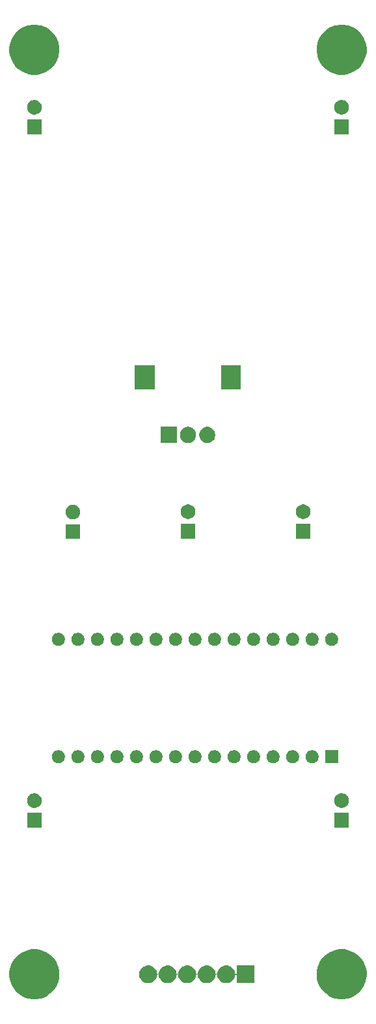
<source format=gbr>
G04 #@! TF.GenerationSoftware,KiCad,Pcbnew,(5.1.5)-3*
G04 #@! TF.CreationDate,2020-06-22T20:22:27+02:00*
G04 #@! TF.ProjectId,Mupi,4d757069-2e6b-4696-9361-645f70636258,rev?*
G04 #@! TF.SameCoordinates,Original*
G04 #@! TF.FileFunction,Soldermask,Bot*
G04 #@! TF.FilePolarity,Negative*
%FSLAX46Y46*%
G04 Gerber Fmt 4.6, Leading zero omitted, Abs format (unit mm)*
G04 Created by KiCad (PCBNEW (5.1.5)-3) date 2020-06-22 20:22:27*
%MOMM*%
%LPD*%
G04 APERTURE LIST*
%ADD10C,0.100000*%
G04 APERTURE END LIST*
D10*
G36*
X80634239Y-156811467D02*
G01*
X80948282Y-156873934D01*
X81539926Y-157119001D01*
X82072392Y-157474784D01*
X82525216Y-157927608D01*
X82880999Y-158460074D01*
X83096358Y-158979997D01*
X83126066Y-159051719D01*
X83251000Y-159679803D01*
X83251000Y-160320197D01*
X83206244Y-160545201D01*
X83126066Y-160948282D01*
X82880999Y-161539926D01*
X82525216Y-162072392D01*
X82072392Y-162525216D01*
X81539926Y-162880999D01*
X80948282Y-163126066D01*
X80634239Y-163188533D01*
X80320197Y-163251000D01*
X79679803Y-163251000D01*
X79365761Y-163188533D01*
X79051718Y-163126066D01*
X78460074Y-162880999D01*
X77927608Y-162525216D01*
X77474784Y-162072392D01*
X77119001Y-161539926D01*
X76873934Y-160948282D01*
X76793756Y-160545201D01*
X76749000Y-160320197D01*
X76749000Y-159679803D01*
X76873934Y-159051719D01*
X76903642Y-158979997D01*
X77119001Y-158460074D01*
X77474784Y-157927608D01*
X77927608Y-157474784D01*
X78460074Y-157119001D01*
X79051718Y-156873934D01*
X79365761Y-156811467D01*
X79679803Y-156749000D01*
X80320197Y-156749000D01*
X80634239Y-156811467D01*
G37*
G36*
X40634239Y-156811467D02*
G01*
X40948282Y-156873934D01*
X41539926Y-157119001D01*
X42072392Y-157474784D01*
X42525216Y-157927608D01*
X42880999Y-158460074D01*
X43096358Y-158979997D01*
X43126066Y-159051719D01*
X43251000Y-159679803D01*
X43251000Y-160320197D01*
X43206244Y-160545201D01*
X43126066Y-160948282D01*
X42880999Y-161539926D01*
X42525216Y-162072392D01*
X42072392Y-162525216D01*
X41539926Y-162880999D01*
X40948282Y-163126066D01*
X40634239Y-163188533D01*
X40320197Y-163251000D01*
X39679803Y-163251000D01*
X39365761Y-163188533D01*
X39051718Y-163126066D01*
X38460074Y-162880999D01*
X37927608Y-162525216D01*
X37474784Y-162072392D01*
X37119001Y-161539926D01*
X36873934Y-160948282D01*
X36793756Y-160545201D01*
X36749000Y-160320197D01*
X36749000Y-159679803D01*
X36873934Y-159051719D01*
X36903642Y-158979997D01*
X37119001Y-158460074D01*
X37474784Y-157927608D01*
X37927608Y-157474784D01*
X38460074Y-157119001D01*
X39051718Y-156873934D01*
X39365761Y-156811467D01*
X39679803Y-156749000D01*
X40320197Y-156749000D01*
X40634239Y-156811467D01*
G37*
G36*
X55024549Y-158871116D02*
G01*
X55135734Y-158893232D01*
X55345203Y-158979997D01*
X55533720Y-159105960D01*
X55694040Y-159266280D01*
X55820003Y-159454797D01*
X55900729Y-159649686D01*
X55906768Y-159664267D01*
X55947403Y-159868552D01*
X55954516Y-159892001D01*
X55966067Y-159913612D01*
X55981612Y-159932554D01*
X56000554Y-159948099D01*
X56022165Y-159959650D01*
X56045614Y-159966763D01*
X56070000Y-159969165D01*
X56094386Y-159966763D01*
X56117835Y-159959650D01*
X56139446Y-159948099D01*
X56158388Y-159932554D01*
X56173933Y-159913612D01*
X56185484Y-159892001D01*
X56192597Y-159868552D01*
X56233232Y-159664267D01*
X56239272Y-159649686D01*
X56319997Y-159454797D01*
X56445960Y-159266280D01*
X56606280Y-159105960D01*
X56794797Y-158979997D01*
X57004266Y-158893232D01*
X57115451Y-158871116D01*
X57226635Y-158849000D01*
X57453365Y-158849000D01*
X57564549Y-158871116D01*
X57675734Y-158893232D01*
X57885203Y-158979997D01*
X58073720Y-159105960D01*
X58234040Y-159266280D01*
X58360003Y-159454797D01*
X58440729Y-159649686D01*
X58446768Y-159664267D01*
X58487403Y-159868552D01*
X58494516Y-159892001D01*
X58506067Y-159913612D01*
X58521612Y-159932554D01*
X58540554Y-159948099D01*
X58562165Y-159959650D01*
X58585614Y-159966763D01*
X58610000Y-159969165D01*
X58634386Y-159966763D01*
X58657835Y-159959650D01*
X58679446Y-159948099D01*
X58698388Y-159932554D01*
X58713933Y-159913612D01*
X58725484Y-159892001D01*
X58732597Y-159868552D01*
X58773232Y-159664267D01*
X58779272Y-159649686D01*
X58859997Y-159454797D01*
X58985960Y-159266280D01*
X59146280Y-159105960D01*
X59334797Y-158979997D01*
X59544266Y-158893232D01*
X59655451Y-158871116D01*
X59766635Y-158849000D01*
X59993365Y-158849000D01*
X60104549Y-158871116D01*
X60215734Y-158893232D01*
X60425203Y-158979997D01*
X60613720Y-159105960D01*
X60774040Y-159266280D01*
X60900003Y-159454797D01*
X60980729Y-159649686D01*
X60986768Y-159664267D01*
X61027403Y-159868552D01*
X61034516Y-159892001D01*
X61046067Y-159913612D01*
X61061612Y-159932554D01*
X61080554Y-159948099D01*
X61102165Y-159959650D01*
X61125614Y-159966763D01*
X61150000Y-159969165D01*
X61174386Y-159966763D01*
X61197835Y-159959650D01*
X61219446Y-159948099D01*
X61238388Y-159932554D01*
X61253933Y-159913612D01*
X61265484Y-159892001D01*
X61272597Y-159868552D01*
X61313232Y-159664267D01*
X61319272Y-159649686D01*
X61399997Y-159454797D01*
X61525960Y-159266280D01*
X61686280Y-159105960D01*
X61874797Y-158979997D01*
X62084266Y-158893232D01*
X62195451Y-158871116D01*
X62306635Y-158849000D01*
X62533365Y-158849000D01*
X62644549Y-158871116D01*
X62755734Y-158893232D01*
X62965203Y-158979997D01*
X63153720Y-159105960D01*
X63314040Y-159266280D01*
X63440003Y-159454797D01*
X63520729Y-159649686D01*
X63526768Y-159664267D01*
X63567403Y-159868552D01*
X63574516Y-159892001D01*
X63586067Y-159913612D01*
X63601612Y-159932554D01*
X63620554Y-159948099D01*
X63642165Y-159959650D01*
X63665614Y-159966763D01*
X63690000Y-159969165D01*
X63714386Y-159966763D01*
X63737835Y-159959650D01*
X63759446Y-159948099D01*
X63778388Y-159932554D01*
X63793933Y-159913612D01*
X63805484Y-159892001D01*
X63812597Y-159868552D01*
X63853232Y-159664267D01*
X63859272Y-159649686D01*
X63939997Y-159454797D01*
X64065960Y-159266280D01*
X64226280Y-159105960D01*
X64414797Y-158979997D01*
X64624266Y-158893232D01*
X64735451Y-158871116D01*
X64846635Y-158849000D01*
X65073365Y-158849000D01*
X65184549Y-158871116D01*
X65295734Y-158893232D01*
X65505203Y-158979997D01*
X65693720Y-159105960D01*
X65854040Y-159266280D01*
X65980003Y-159454797D01*
X66060729Y-159649686D01*
X66066768Y-159664267D01*
X66101404Y-159838393D01*
X66108517Y-159861842D01*
X66120068Y-159883453D01*
X66135613Y-159902395D01*
X66154555Y-159917940D01*
X66176166Y-159929491D01*
X66199615Y-159936604D01*
X66224001Y-159939006D01*
X66248387Y-159936604D01*
X66271836Y-159929491D01*
X66293447Y-159917940D01*
X66312389Y-159902395D01*
X66327934Y-159883453D01*
X66339485Y-159861842D01*
X66346598Y-159838393D01*
X66349000Y-159814007D01*
X66349000Y-158849000D01*
X68651000Y-158849000D01*
X68651000Y-161151000D01*
X66349000Y-161151000D01*
X66349000Y-160185993D01*
X66346598Y-160161607D01*
X66339485Y-160138158D01*
X66327934Y-160116547D01*
X66312389Y-160097605D01*
X66293447Y-160082060D01*
X66271836Y-160070509D01*
X66248387Y-160063396D01*
X66224001Y-160060994D01*
X66199615Y-160063396D01*
X66176166Y-160070509D01*
X66154555Y-160082060D01*
X66135613Y-160097605D01*
X66120068Y-160116547D01*
X66108517Y-160138158D01*
X66101404Y-160161607D01*
X66066768Y-160335734D01*
X65980003Y-160545203D01*
X65854040Y-160733720D01*
X65693720Y-160894040D01*
X65505203Y-161020003D01*
X65295734Y-161106768D01*
X65184549Y-161128884D01*
X65073365Y-161151000D01*
X64846635Y-161151000D01*
X64735451Y-161128884D01*
X64624266Y-161106768D01*
X64414797Y-161020003D01*
X64226280Y-160894040D01*
X64065960Y-160733720D01*
X63939997Y-160545203D01*
X63853232Y-160335734D01*
X63812597Y-160131448D01*
X63805484Y-160107999D01*
X63793933Y-160086388D01*
X63778388Y-160067446D01*
X63759446Y-160051901D01*
X63737835Y-160040350D01*
X63714386Y-160033237D01*
X63690000Y-160030835D01*
X63665614Y-160033237D01*
X63642165Y-160040350D01*
X63620554Y-160051901D01*
X63601612Y-160067446D01*
X63586067Y-160086388D01*
X63574516Y-160107999D01*
X63567403Y-160131448D01*
X63526768Y-160335734D01*
X63440003Y-160545203D01*
X63314040Y-160733720D01*
X63153720Y-160894040D01*
X62965203Y-161020003D01*
X62755734Y-161106768D01*
X62644549Y-161128884D01*
X62533365Y-161151000D01*
X62306635Y-161151000D01*
X62195451Y-161128884D01*
X62084266Y-161106768D01*
X61874797Y-161020003D01*
X61686280Y-160894040D01*
X61525960Y-160733720D01*
X61399997Y-160545203D01*
X61313232Y-160335734D01*
X61272597Y-160131448D01*
X61265484Y-160107999D01*
X61253933Y-160086388D01*
X61238388Y-160067446D01*
X61219446Y-160051901D01*
X61197835Y-160040350D01*
X61174386Y-160033237D01*
X61150000Y-160030835D01*
X61125614Y-160033237D01*
X61102165Y-160040350D01*
X61080554Y-160051901D01*
X61061612Y-160067446D01*
X61046067Y-160086388D01*
X61034516Y-160107999D01*
X61027403Y-160131448D01*
X60986768Y-160335734D01*
X60900003Y-160545203D01*
X60774040Y-160733720D01*
X60613720Y-160894040D01*
X60425203Y-161020003D01*
X60215734Y-161106768D01*
X60104549Y-161128884D01*
X59993365Y-161151000D01*
X59766635Y-161151000D01*
X59655451Y-161128884D01*
X59544266Y-161106768D01*
X59334797Y-161020003D01*
X59146280Y-160894040D01*
X58985960Y-160733720D01*
X58859997Y-160545203D01*
X58773232Y-160335734D01*
X58732597Y-160131448D01*
X58725484Y-160107999D01*
X58713933Y-160086388D01*
X58698388Y-160067446D01*
X58679446Y-160051901D01*
X58657835Y-160040350D01*
X58634386Y-160033237D01*
X58610000Y-160030835D01*
X58585614Y-160033237D01*
X58562165Y-160040350D01*
X58540554Y-160051901D01*
X58521612Y-160067446D01*
X58506067Y-160086388D01*
X58494516Y-160107999D01*
X58487403Y-160131448D01*
X58446768Y-160335734D01*
X58360003Y-160545203D01*
X58234040Y-160733720D01*
X58073720Y-160894040D01*
X57885203Y-161020003D01*
X57675734Y-161106768D01*
X57564549Y-161128884D01*
X57453365Y-161151000D01*
X57226635Y-161151000D01*
X57115451Y-161128884D01*
X57004266Y-161106768D01*
X56794797Y-161020003D01*
X56606280Y-160894040D01*
X56445960Y-160733720D01*
X56319997Y-160545203D01*
X56233232Y-160335734D01*
X56192597Y-160131448D01*
X56185484Y-160107999D01*
X56173933Y-160086388D01*
X56158388Y-160067446D01*
X56139446Y-160051901D01*
X56117835Y-160040350D01*
X56094386Y-160033237D01*
X56070000Y-160030835D01*
X56045614Y-160033237D01*
X56022165Y-160040350D01*
X56000554Y-160051901D01*
X55981612Y-160067446D01*
X55966067Y-160086388D01*
X55954516Y-160107999D01*
X55947403Y-160131448D01*
X55906768Y-160335734D01*
X55820003Y-160545203D01*
X55694040Y-160733720D01*
X55533720Y-160894040D01*
X55345203Y-161020003D01*
X55135734Y-161106768D01*
X55024549Y-161128884D01*
X54913365Y-161151000D01*
X54686635Y-161151000D01*
X54575451Y-161128884D01*
X54464266Y-161106768D01*
X54254797Y-161020003D01*
X54066280Y-160894040D01*
X53905960Y-160733720D01*
X53779997Y-160545203D01*
X53693232Y-160335734D01*
X53649000Y-160113364D01*
X53649000Y-159886636D01*
X53693232Y-159664266D01*
X53779997Y-159454797D01*
X53905960Y-159266280D01*
X54066280Y-159105960D01*
X54254797Y-158979997D01*
X54464266Y-158893232D01*
X54575451Y-158871116D01*
X54686635Y-158849000D01*
X54913365Y-158849000D01*
X55024549Y-158871116D01*
G37*
G36*
X80951000Y-140951000D02*
G01*
X79049000Y-140951000D01*
X79049000Y-139049000D01*
X80951000Y-139049000D01*
X80951000Y-140951000D01*
G37*
G36*
X40951000Y-140951000D02*
G01*
X39049000Y-140951000D01*
X39049000Y-139049000D01*
X40951000Y-139049000D01*
X40951000Y-140951000D01*
G37*
G36*
X80277395Y-136545546D02*
G01*
X80450466Y-136617234D01*
X80450467Y-136617235D01*
X80606227Y-136721310D01*
X80738690Y-136853773D01*
X80738691Y-136853775D01*
X80842766Y-137009534D01*
X80914454Y-137182605D01*
X80951000Y-137366333D01*
X80951000Y-137553667D01*
X80914454Y-137737395D01*
X80842766Y-137910466D01*
X80842765Y-137910467D01*
X80738690Y-138066227D01*
X80606227Y-138198690D01*
X80527818Y-138251081D01*
X80450466Y-138302766D01*
X80277395Y-138374454D01*
X80093667Y-138411000D01*
X79906333Y-138411000D01*
X79722605Y-138374454D01*
X79549534Y-138302766D01*
X79472182Y-138251081D01*
X79393773Y-138198690D01*
X79261310Y-138066227D01*
X79157235Y-137910467D01*
X79157234Y-137910466D01*
X79085546Y-137737395D01*
X79049000Y-137553667D01*
X79049000Y-137366333D01*
X79085546Y-137182605D01*
X79157234Y-137009534D01*
X79261309Y-136853775D01*
X79261310Y-136853773D01*
X79393773Y-136721310D01*
X79549533Y-136617235D01*
X79549534Y-136617234D01*
X79722605Y-136545546D01*
X79906333Y-136509000D01*
X80093667Y-136509000D01*
X80277395Y-136545546D01*
G37*
G36*
X40277395Y-136545546D02*
G01*
X40450466Y-136617234D01*
X40450467Y-136617235D01*
X40606227Y-136721310D01*
X40738690Y-136853773D01*
X40738691Y-136853775D01*
X40842766Y-137009534D01*
X40914454Y-137182605D01*
X40951000Y-137366333D01*
X40951000Y-137553667D01*
X40914454Y-137737395D01*
X40842766Y-137910466D01*
X40842765Y-137910467D01*
X40738690Y-138066227D01*
X40606227Y-138198690D01*
X40527818Y-138251081D01*
X40450466Y-138302766D01*
X40277395Y-138374454D01*
X40093667Y-138411000D01*
X39906333Y-138411000D01*
X39722605Y-138374454D01*
X39549534Y-138302766D01*
X39472182Y-138251081D01*
X39393773Y-138198690D01*
X39261310Y-138066227D01*
X39157235Y-137910467D01*
X39157234Y-137910466D01*
X39085546Y-137737395D01*
X39049000Y-137553667D01*
X39049000Y-137366333D01*
X39085546Y-137182605D01*
X39157234Y-137009534D01*
X39261309Y-136853775D01*
X39261310Y-136853773D01*
X39393773Y-136721310D01*
X39549533Y-136617235D01*
X39549534Y-136617234D01*
X39722605Y-136545546D01*
X39906333Y-136509000D01*
X40093667Y-136509000D01*
X40277395Y-136545546D01*
G37*
G36*
X79539000Y-132625000D02*
G01*
X77837000Y-132625000D01*
X77837000Y-130923000D01*
X79539000Y-130923000D01*
X79539000Y-132625000D01*
G37*
G36*
X61156228Y-130955703D02*
G01*
X61311100Y-131019853D01*
X61450481Y-131112985D01*
X61569015Y-131231519D01*
X61662147Y-131370900D01*
X61726297Y-131525772D01*
X61759000Y-131690184D01*
X61759000Y-131857816D01*
X61726297Y-132022228D01*
X61662147Y-132177100D01*
X61569015Y-132316481D01*
X61450481Y-132435015D01*
X61311100Y-132528147D01*
X61156228Y-132592297D01*
X60991816Y-132625000D01*
X60824184Y-132625000D01*
X60659772Y-132592297D01*
X60504900Y-132528147D01*
X60365519Y-132435015D01*
X60246985Y-132316481D01*
X60153853Y-132177100D01*
X60089703Y-132022228D01*
X60057000Y-131857816D01*
X60057000Y-131690184D01*
X60089703Y-131525772D01*
X60153853Y-131370900D01*
X60246985Y-131231519D01*
X60365519Y-131112985D01*
X60504900Y-131019853D01*
X60659772Y-130955703D01*
X60824184Y-130923000D01*
X60991816Y-130923000D01*
X61156228Y-130955703D01*
G37*
G36*
X63696228Y-130955703D02*
G01*
X63851100Y-131019853D01*
X63990481Y-131112985D01*
X64109015Y-131231519D01*
X64202147Y-131370900D01*
X64266297Y-131525772D01*
X64299000Y-131690184D01*
X64299000Y-131857816D01*
X64266297Y-132022228D01*
X64202147Y-132177100D01*
X64109015Y-132316481D01*
X63990481Y-132435015D01*
X63851100Y-132528147D01*
X63696228Y-132592297D01*
X63531816Y-132625000D01*
X63364184Y-132625000D01*
X63199772Y-132592297D01*
X63044900Y-132528147D01*
X62905519Y-132435015D01*
X62786985Y-132316481D01*
X62693853Y-132177100D01*
X62629703Y-132022228D01*
X62597000Y-131857816D01*
X62597000Y-131690184D01*
X62629703Y-131525772D01*
X62693853Y-131370900D01*
X62786985Y-131231519D01*
X62905519Y-131112985D01*
X63044900Y-131019853D01*
X63199772Y-130955703D01*
X63364184Y-130923000D01*
X63531816Y-130923000D01*
X63696228Y-130955703D01*
G37*
G36*
X48456228Y-130955703D02*
G01*
X48611100Y-131019853D01*
X48750481Y-131112985D01*
X48869015Y-131231519D01*
X48962147Y-131370900D01*
X49026297Y-131525772D01*
X49059000Y-131690184D01*
X49059000Y-131857816D01*
X49026297Y-132022228D01*
X48962147Y-132177100D01*
X48869015Y-132316481D01*
X48750481Y-132435015D01*
X48611100Y-132528147D01*
X48456228Y-132592297D01*
X48291816Y-132625000D01*
X48124184Y-132625000D01*
X47959772Y-132592297D01*
X47804900Y-132528147D01*
X47665519Y-132435015D01*
X47546985Y-132316481D01*
X47453853Y-132177100D01*
X47389703Y-132022228D01*
X47357000Y-131857816D01*
X47357000Y-131690184D01*
X47389703Y-131525772D01*
X47453853Y-131370900D01*
X47546985Y-131231519D01*
X47665519Y-131112985D01*
X47804900Y-131019853D01*
X47959772Y-130955703D01*
X48124184Y-130923000D01*
X48291816Y-130923000D01*
X48456228Y-130955703D01*
G37*
G36*
X66236228Y-130955703D02*
G01*
X66391100Y-131019853D01*
X66530481Y-131112985D01*
X66649015Y-131231519D01*
X66742147Y-131370900D01*
X66806297Y-131525772D01*
X66839000Y-131690184D01*
X66839000Y-131857816D01*
X66806297Y-132022228D01*
X66742147Y-132177100D01*
X66649015Y-132316481D01*
X66530481Y-132435015D01*
X66391100Y-132528147D01*
X66236228Y-132592297D01*
X66071816Y-132625000D01*
X65904184Y-132625000D01*
X65739772Y-132592297D01*
X65584900Y-132528147D01*
X65445519Y-132435015D01*
X65326985Y-132316481D01*
X65233853Y-132177100D01*
X65169703Y-132022228D01*
X65137000Y-131857816D01*
X65137000Y-131690184D01*
X65169703Y-131525772D01*
X65233853Y-131370900D01*
X65326985Y-131231519D01*
X65445519Y-131112985D01*
X65584900Y-131019853D01*
X65739772Y-130955703D01*
X65904184Y-130923000D01*
X66071816Y-130923000D01*
X66236228Y-130955703D01*
G37*
G36*
X68776228Y-130955703D02*
G01*
X68931100Y-131019853D01*
X69070481Y-131112985D01*
X69189015Y-131231519D01*
X69282147Y-131370900D01*
X69346297Y-131525772D01*
X69379000Y-131690184D01*
X69379000Y-131857816D01*
X69346297Y-132022228D01*
X69282147Y-132177100D01*
X69189015Y-132316481D01*
X69070481Y-132435015D01*
X68931100Y-132528147D01*
X68776228Y-132592297D01*
X68611816Y-132625000D01*
X68444184Y-132625000D01*
X68279772Y-132592297D01*
X68124900Y-132528147D01*
X67985519Y-132435015D01*
X67866985Y-132316481D01*
X67773853Y-132177100D01*
X67709703Y-132022228D01*
X67677000Y-131857816D01*
X67677000Y-131690184D01*
X67709703Y-131525772D01*
X67773853Y-131370900D01*
X67866985Y-131231519D01*
X67985519Y-131112985D01*
X68124900Y-131019853D01*
X68279772Y-130955703D01*
X68444184Y-130923000D01*
X68611816Y-130923000D01*
X68776228Y-130955703D01*
G37*
G36*
X45916228Y-130955703D02*
G01*
X46071100Y-131019853D01*
X46210481Y-131112985D01*
X46329015Y-131231519D01*
X46422147Y-131370900D01*
X46486297Y-131525772D01*
X46519000Y-131690184D01*
X46519000Y-131857816D01*
X46486297Y-132022228D01*
X46422147Y-132177100D01*
X46329015Y-132316481D01*
X46210481Y-132435015D01*
X46071100Y-132528147D01*
X45916228Y-132592297D01*
X45751816Y-132625000D01*
X45584184Y-132625000D01*
X45419772Y-132592297D01*
X45264900Y-132528147D01*
X45125519Y-132435015D01*
X45006985Y-132316481D01*
X44913853Y-132177100D01*
X44849703Y-132022228D01*
X44817000Y-131857816D01*
X44817000Y-131690184D01*
X44849703Y-131525772D01*
X44913853Y-131370900D01*
X45006985Y-131231519D01*
X45125519Y-131112985D01*
X45264900Y-131019853D01*
X45419772Y-130955703D01*
X45584184Y-130923000D01*
X45751816Y-130923000D01*
X45916228Y-130955703D01*
G37*
G36*
X71316228Y-130955703D02*
G01*
X71471100Y-131019853D01*
X71610481Y-131112985D01*
X71729015Y-131231519D01*
X71822147Y-131370900D01*
X71886297Y-131525772D01*
X71919000Y-131690184D01*
X71919000Y-131857816D01*
X71886297Y-132022228D01*
X71822147Y-132177100D01*
X71729015Y-132316481D01*
X71610481Y-132435015D01*
X71471100Y-132528147D01*
X71316228Y-132592297D01*
X71151816Y-132625000D01*
X70984184Y-132625000D01*
X70819772Y-132592297D01*
X70664900Y-132528147D01*
X70525519Y-132435015D01*
X70406985Y-132316481D01*
X70313853Y-132177100D01*
X70249703Y-132022228D01*
X70217000Y-131857816D01*
X70217000Y-131690184D01*
X70249703Y-131525772D01*
X70313853Y-131370900D01*
X70406985Y-131231519D01*
X70525519Y-131112985D01*
X70664900Y-131019853D01*
X70819772Y-130955703D01*
X70984184Y-130923000D01*
X71151816Y-130923000D01*
X71316228Y-130955703D01*
G37*
G36*
X50996228Y-130955703D02*
G01*
X51151100Y-131019853D01*
X51290481Y-131112985D01*
X51409015Y-131231519D01*
X51502147Y-131370900D01*
X51566297Y-131525772D01*
X51599000Y-131690184D01*
X51599000Y-131857816D01*
X51566297Y-132022228D01*
X51502147Y-132177100D01*
X51409015Y-132316481D01*
X51290481Y-132435015D01*
X51151100Y-132528147D01*
X50996228Y-132592297D01*
X50831816Y-132625000D01*
X50664184Y-132625000D01*
X50499772Y-132592297D01*
X50344900Y-132528147D01*
X50205519Y-132435015D01*
X50086985Y-132316481D01*
X49993853Y-132177100D01*
X49929703Y-132022228D01*
X49897000Y-131857816D01*
X49897000Y-131690184D01*
X49929703Y-131525772D01*
X49993853Y-131370900D01*
X50086985Y-131231519D01*
X50205519Y-131112985D01*
X50344900Y-131019853D01*
X50499772Y-130955703D01*
X50664184Y-130923000D01*
X50831816Y-130923000D01*
X50996228Y-130955703D01*
G37*
G36*
X58616228Y-130955703D02*
G01*
X58771100Y-131019853D01*
X58910481Y-131112985D01*
X59029015Y-131231519D01*
X59122147Y-131370900D01*
X59186297Y-131525772D01*
X59219000Y-131690184D01*
X59219000Y-131857816D01*
X59186297Y-132022228D01*
X59122147Y-132177100D01*
X59029015Y-132316481D01*
X58910481Y-132435015D01*
X58771100Y-132528147D01*
X58616228Y-132592297D01*
X58451816Y-132625000D01*
X58284184Y-132625000D01*
X58119772Y-132592297D01*
X57964900Y-132528147D01*
X57825519Y-132435015D01*
X57706985Y-132316481D01*
X57613853Y-132177100D01*
X57549703Y-132022228D01*
X57517000Y-131857816D01*
X57517000Y-131690184D01*
X57549703Y-131525772D01*
X57613853Y-131370900D01*
X57706985Y-131231519D01*
X57825519Y-131112985D01*
X57964900Y-131019853D01*
X58119772Y-130955703D01*
X58284184Y-130923000D01*
X58451816Y-130923000D01*
X58616228Y-130955703D01*
G37*
G36*
X43376228Y-130955703D02*
G01*
X43531100Y-131019853D01*
X43670481Y-131112985D01*
X43789015Y-131231519D01*
X43882147Y-131370900D01*
X43946297Y-131525772D01*
X43979000Y-131690184D01*
X43979000Y-131857816D01*
X43946297Y-132022228D01*
X43882147Y-132177100D01*
X43789015Y-132316481D01*
X43670481Y-132435015D01*
X43531100Y-132528147D01*
X43376228Y-132592297D01*
X43211816Y-132625000D01*
X43044184Y-132625000D01*
X42879772Y-132592297D01*
X42724900Y-132528147D01*
X42585519Y-132435015D01*
X42466985Y-132316481D01*
X42373853Y-132177100D01*
X42309703Y-132022228D01*
X42277000Y-131857816D01*
X42277000Y-131690184D01*
X42309703Y-131525772D01*
X42373853Y-131370900D01*
X42466985Y-131231519D01*
X42585519Y-131112985D01*
X42724900Y-131019853D01*
X42879772Y-130955703D01*
X43044184Y-130923000D01*
X43211816Y-130923000D01*
X43376228Y-130955703D01*
G37*
G36*
X76396228Y-130955703D02*
G01*
X76551100Y-131019853D01*
X76690481Y-131112985D01*
X76809015Y-131231519D01*
X76902147Y-131370900D01*
X76966297Y-131525772D01*
X76999000Y-131690184D01*
X76999000Y-131857816D01*
X76966297Y-132022228D01*
X76902147Y-132177100D01*
X76809015Y-132316481D01*
X76690481Y-132435015D01*
X76551100Y-132528147D01*
X76396228Y-132592297D01*
X76231816Y-132625000D01*
X76064184Y-132625000D01*
X75899772Y-132592297D01*
X75744900Y-132528147D01*
X75605519Y-132435015D01*
X75486985Y-132316481D01*
X75393853Y-132177100D01*
X75329703Y-132022228D01*
X75297000Y-131857816D01*
X75297000Y-131690184D01*
X75329703Y-131525772D01*
X75393853Y-131370900D01*
X75486985Y-131231519D01*
X75605519Y-131112985D01*
X75744900Y-131019853D01*
X75899772Y-130955703D01*
X76064184Y-130923000D01*
X76231816Y-130923000D01*
X76396228Y-130955703D01*
G37*
G36*
X56076228Y-130955703D02*
G01*
X56231100Y-131019853D01*
X56370481Y-131112985D01*
X56489015Y-131231519D01*
X56582147Y-131370900D01*
X56646297Y-131525772D01*
X56679000Y-131690184D01*
X56679000Y-131857816D01*
X56646297Y-132022228D01*
X56582147Y-132177100D01*
X56489015Y-132316481D01*
X56370481Y-132435015D01*
X56231100Y-132528147D01*
X56076228Y-132592297D01*
X55911816Y-132625000D01*
X55744184Y-132625000D01*
X55579772Y-132592297D01*
X55424900Y-132528147D01*
X55285519Y-132435015D01*
X55166985Y-132316481D01*
X55073853Y-132177100D01*
X55009703Y-132022228D01*
X54977000Y-131857816D01*
X54977000Y-131690184D01*
X55009703Y-131525772D01*
X55073853Y-131370900D01*
X55166985Y-131231519D01*
X55285519Y-131112985D01*
X55424900Y-131019853D01*
X55579772Y-130955703D01*
X55744184Y-130923000D01*
X55911816Y-130923000D01*
X56076228Y-130955703D01*
G37*
G36*
X53536228Y-130955703D02*
G01*
X53691100Y-131019853D01*
X53830481Y-131112985D01*
X53949015Y-131231519D01*
X54042147Y-131370900D01*
X54106297Y-131525772D01*
X54139000Y-131690184D01*
X54139000Y-131857816D01*
X54106297Y-132022228D01*
X54042147Y-132177100D01*
X53949015Y-132316481D01*
X53830481Y-132435015D01*
X53691100Y-132528147D01*
X53536228Y-132592297D01*
X53371816Y-132625000D01*
X53204184Y-132625000D01*
X53039772Y-132592297D01*
X52884900Y-132528147D01*
X52745519Y-132435015D01*
X52626985Y-132316481D01*
X52533853Y-132177100D01*
X52469703Y-132022228D01*
X52437000Y-131857816D01*
X52437000Y-131690184D01*
X52469703Y-131525772D01*
X52533853Y-131370900D01*
X52626985Y-131231519D01*
X52745519Y-131112985D01*
X52884900Y-131019853D01*
X53039772Y-130955703D01*
X53204184Y-130923000D01*
X53371816Y-130923000D01*
X53536228Y-130955703D01*
G37*
G36*
X73856228Y-130955703D02*
G01*
X74011100Y-131019853D01*
X74150481Y-131112985D01*
X74269015Y-131231519D01*
X74362147Y-131370900D01*
X74426297Y-131525772D01*
X74459000Y-131690184D01*
X74459000Y-131857816D01*
X74426297Y-132022228D01*
X74362147Y-132177100D01*
X74269015Y-132316481D01*
X74150481Y-132435015D01*
X74011100Y-132528147D01*
X73856228Y-132592297D01*
X73691816Y-132625000D01*
X73524184Y-132625000D01*
X73359772Y-132592297D01*
X73204900Y-132528147D01*
X73065519Y-132435015D01*
X72946985Y-132316481D01*
X72853853Y-132177100D01*
X72789703Y-132022228D01*
X72757000Y-131857816D01*
X72757000Y-131690184D01*
X72789703Y-131525772D01*
X72853853Y-131370900D01*
X72946985Y-131231519D01*
X73065519Y-131112985D01*
X73204900Y-131019853D01*
X73359772Y-130955703D01*
X73524184Y-130923000D01*
X73691816Y-130923000D01*
X73856228Y-130955703D01*
G37*
G36*
X68776228Y-115715703D02*
G01*
X68931100Y-115779853D01*
X69070481Y-115872985D01*
X69189015Y-115991519D01*
X69282147Y-116130900D01*
X69346297Y-116285772D01*
X69379000Y-116450184D01*
X69379000Y-116617816D01*
X69346297Y-116782228D01*
X69282147Y-116937100D01*
X69189015Y-117076481D01*
X69070481Y-117195015D01*
X68931100Y-117288147D01*
X68776228Y-117352297D01*
X68611816Y-117385000D01*
X68444184Y-117385000D01*
X68279772Y-117352297D01*
X68124900Y-117288147D01*
X67985519Y-117195015D01*
X67866985Y-117076481D01*
X67773853Y-116937100D01*
X67709703Y-116782228D01*
X67677000Y-116617816D01*
X67677000Y-116450184D01*
X67709703Y-116285772D01*
X67773853Y-116130900D01*
X67866985Y-115991519D01*
X67985519Y-115872985D01*
X68124900Y-115779853D01*
X68279772Y-115715703D01*
X68444184Y-115683000D01*
X68611816Y-115683000D01*
X68776228Y-115715703D01*
G37*
G36*
X45916228Y-115715703D02*
G01*
X46071100Y-115779853D01*
X46210481Y-115872985D01*
X46329015Y-115991519D01*
X46422147Y-116130900D01*
X46486297Y-116285772D01*
X46519000Y-116450184D01*
X46519000Y-116617816D01*
X46486297Y-116782228D01*
X46422147Y-116937100D01*
X46329015Y-117076481D01*
X46210481Y-117195015D01*
X46071100Y-117288147D01*
X45916228Y-117352297D01*
X45751816Y-117385000D01*
X45584184Y-117385000D01*
X45419772Y-117352297D01*
X45264900Y-117288147D01*
X45125519Y-117195015D01*
X45006985Y-117076481D01*
X44913853Y-116937100D01*
X44849703Y-116782228D01*
X44817000Y-116617816D01*
X44817000Y-116450184D01*
X44849703Y-116285772D01*
X44913853Y-116130900D01*
X45006985Y-115991519D01*
X45125519Y-115872985D01*
X45264900Y-115779853D01*
X45419772Y-115715703D01*
X45584184Y-115683000D01*
X45751816Y-115683000D01*
X45916228Y-115715703D01*
G37*
G36*
X48456228Y-115715703D02*
G01*
X48611100Y-115779853D01*
X48750481Y-115872985D01*
X48869015Y-115991519D01*
X48962147Y-116130900D01*
X49026297Y-116285772D01*
X49059000Y-116450184D01*
X49059000Y-116617816D01*
X49026297Y-116782228D01*
X48962147Y-116937100D01*
X48869015Y-117076481D01*
X48750481Y-117195015D01*
X48611100Y-117288147D01*
X48456228Y-117352297D01*
X48291816Y-117385000D01*
X48124184Y-117385000D01*
X47959772Y-117352297D01*
X47804900Y-117288147D01*
X47665519Y-117195015D01*
X47546985Y-117076481D01*
X47453853Y-116937100D01*
X47389703Y-116782228D01*
X47357000Y-116617816D01*
X47357000Y-116450184D01*
X47389703Y-116285772D01*
X47453853Y-116130900D01*
X47546985Y-115991519D01*
X47665519Y-115872985D01*
X47804900Y-115779853D01*
X47959772Y-115715703D01*
X48124184Y-115683000D01*
X48291816Y-115683000D01*
X48456228Y-115715703D01*
G37*
G36*
X50996228Y-115715703D02*
G01*
X51151100Y-115779853D01*
X51290481Y-115872985D01*
X51409015Y-115991519D01*
X51502147Y-116130900D01*
X51566297Y-116285772D01*
X51599000Y-116450184D01*
X51599000Y-116617816D01*
X51566297Y-116782228D01*
X51502147Y-116937100D01*
X51409015Y-117076481D01*
X51290481Y-117195015D01*
X51151100Y-117288147D01*
X50996228Y-117352297D01*
X50831816Y-117385000D01*
X50664184Y-117385000D01*
X50499772Y-117352297D01*
X50344900Y-117288147D01*
X50205519Y-117195015D01*
X50086985Y-117076481D01*
X49993853Y-116937100D01*
X49929703Y-116782228D01*
X49897000Y-116617816D01*
X49897000Y-116450184D01*
X49929703Y-116285772D01*
X49993853Y-116130900D01*
X50086985Y-115991519D01*
X50205519Y-115872985D01*
X50344900Y-115779853D01*
X50499772Y-115715703D01*
X50664184Y-115683000D01*
X50831816Y-115683000D01*
X50996228Y-115715703D01*
G37*
G36*
X53536228Y-115715703D02*
G01*
X53691100Y-115779853D01*
X53830481Y-115872985D01*
X53949015Y-115991519D01*
X54042147Y-116130900D01*
X54106297Y-116285772D01*
X54139000Y-116450184D01*
X54139000Y-116617816D01*
X54106297Y-116782228D01*
X54042147Y-116937100D01*
X53949015Y-117076481D01*
X53830481Y-117195015D01*
X53691100Y-117288147D01*
X53536228Y-117352297D01*
X53371816Y-117385000D01*
X53204184Y-117385000D01*
X53039772Y-117352297D01*
X52884900Y-117288147D01*
X52745519Y-117195015D01*
X52626985Y-117076481D01*
X52533853Y-116937100D01*
X52469703Y-116782228D01*
X52437000Y-116617816D01*
X52437000Y-116450184D01*
X52469703Y-116285772D01*
X52533853Y-116130900D01*
X52626985Y-115991519D01*
X52745519Y-115872985D01*
X52884900Y-115779853D01*
X53039772Y-115715703D01*
X53204184Y-115683000D01*
X53371816Y-115683000D01*
X53536228Y-115715703D01*
G37*
G36*
X56076228Y-115715703D02*
G01*
X56231100Y-115779853D01*
X56370481Y-115872985D01*
X56489015Y-115991519D01*
X56582147Y-116130900D01*
X56646297Y-116285772D01*
X56679000Y-116450184D01*
X56679000Y-116617816D01*
X56646297Y-116782228D01*
X56582147Y-116937100D01*
X56489015Y-117076481D01*
X56370481Y-117195015D01*
X56231100Y-117288147D01*
X56076228Y-117352297D01*
X55911816Y-117385000D01*
X55744184Y-117385000D01*
X55579772Y-117352297D01*
X55424900Y-117288147D01*
X55285519Y-117195015D01*
X55166985Y-117076481D01*
X55073853Y-116937100D01*
X55009703Y-116782228D01*
X54977000Y-116617816D01*
X54977000Y-116450184D01*
X55009703Y-116285772D01*
X55073853Y-116130900D01*
X55166985Y-115991519D01*
X55285519Y-115872985D01*
X55424900Y-115779853D01*
X55579772Y-115715703D01*
X55744184Y-115683000D01*
X55911816Y-115683000D01*
X56076228Y-115715703D01*
G37*
G36*
X58616228Y-115715703D02*
G01*
X58771100Y-115779853D01*
X58910481Y-115872985D01*
X59029015Y-115991519D01*
X59122147Y-116130900D01*
X59186297Y-116285772D01*
X59219000Y-116450184D01*
X59219000Y-116617816D01*
X59186297Y-116782228D01*
X59122147Y-116937100D01*
X59029015Y-117076481D01*
X58910481Y-117195015D01*
X58771100Y-117288147D01*
X58616228Y-117352297D01*
X58451816Y-117385000D01*
X58284184Y-117385000D01*
X58119772Y-117352297D01*
X57964900Y-117288147D01*
X57825519Y-117195015D01*
X57706985Y-117076481D01*
X57613853Y-116937100D01*
X57549703Y-116782228D01*
X57517000Y-116617816D01*
X57517000Y-116450184D01*
X57549703Y-116285772D01*
X57613853Y-116130900D01*
X57706985Y-115991519D01*
X57825519Y-115872985D01*
X57964900Y-115779853D01*
X58119772Y-115715703D01*
X58284184Y-115683000D01*
X58451816Y-115683000D01*
X58616228Y-115715703D01*
G37*
G36*
X61156228Y-115715703D02*
G01*
X61311100Y-115779853D01*
X61450481Y-115872985D01*
X61569015Y-115991519D01*
X61662147Y-116130900D01*
X61726297Y-116285772D01*
X61759000Y-116450184D01*
X61759000Y-116617816D01*
X61726297Y-116782228D01*
X61662147Y-116937100D01*
X61569015Y-117076481D01*
X61450481Y-117195015D01*
X61311100Y-117288147D01*
X61156228Y-117352297D01*
X60991816Y-117385000D01*
X60824184Y-117385000D01*
X60659772Y-117352297D01*
X60504900Y-117288147D01*
X60365519Y-117195015D01*
X60246985Y-117076481D01*
X60153853Y-116937100D01*
X60089703Y-116782228D01*
X60057000Y-116617816D01*
X60057000Y-116450184D01*
X60089703Y-116285772D01*
X60153853Y-116130900D01*
X60246985Y-115991519D01*
X60365519Y-115872985D01*
X60504900Y-115779853D01*
X60659772Y-115715703D01*
X60824184Y-115683000D01*
X60991816Y-115683000D01*
X61156228Y-115715703D01*
G37*
G36*
X66236228Y-115715703D02*
G01*
X66391100Y-115779853D01*
X66530481Y-115872985D01*
X66649015Y-115991519D01*
X66742147Y-116130900D01*
X66806297Y-116285772D01*
X66839000Y-116450184D01*
X66839000Y-116617816D01*
X66806297Y-116782228D01*
X66742147Y-116937100D01*
X66649015Y-117076481D01*
X66530481Y-117195015D01*
X66391100Y-117288147D01*
X66236228Y-117352297D01*
X66071816Y-117385000D01*
X65904184Y-117385000D01*
X65739772Y-117352297D01*
X65584900Y-117288147D01*
X65445519Y-117195015D01*
X65326985Y-117076481D01*
X65233853Y-116937100D01*
X65169703Y-116782228D01*
X65137000Y-116617816D01*
X65137000Y-116450184D01*
X65169703Y-116285772D01*
X65233853Y-116130900D01*
X65326985Y-115991519D01*
X65445519Y-115872985D01*
X65584900Y-115779853D01*
X65739772Y-115715703D01*
X65904184Y-115683000D01*
X66071816Y-115683000D01*
X66236228Y-115715703D01*
G37*
G36*
X43376228Y-115715703D02*
G01*
X43531100Y-115779853D01*
X43670481Y-115872985D01*
X43789015Y-115991519D01*
X43882147Y-116130900D01*
X43946297Y-116285772D01*
X43979000Y-116450184D01*
X43979000Y-116617816D01*
X43946297Y-116782228D01*
X43882147Y-116937100D01*
X43789015Y-117076481D01*
X43670481Y-117195015D01*
X43531100Y-117288147D01*
X43376228Y-117352297D01*
X43211816Y-117385000D01*
X43044184Y-117385000D01*
X42879772Y-117352297D01*
X42724900Y-117288147D01*
X42585519Y-117195015D01*
X42466985Y-117076481D01*
X42373853Y-116937100D01*
X42309703Y-116782228D01*
X42277000Y-116617816D01*
X42277000Y-116450184D01*
X42309703Y-116285772D01*
X42373853Y-116130900D01*
X42466985Y-115991519D01*
X42585519Y-115872985D01*
X42724900Y-115779853D01*
X42879772Y-115715703D01*
X43044184Y-115683000D01*
X43211816Y-115683000D01*
X43376228Y-115715703D01*
G37*
G36*
X78936228Y-115715703D02*
G01*
X79091100Y-115779853D01*
X79230481Y-115872985D01*
X79349015Y-115991519D01*
X79442147Y-116130900D01*
X79506297Y-116285772D01*
X79539000Y-116450184D01*
X79539000Y-116617816D01*
X79506297Y-116782228D01*
X79442147Y-116937100D01*
X79349015Y-117076481D01*
X79230481Y-117195015D01*
X79091100Y-117288147D01*
X78936228Y-117352297D01*
X78771816Y-117385000D01*
X78604184Y-117385000D01*
X78439772Y-117352297D01*
X78284900Y-117288147D01*
X78145519Y-117195015D01*
X78026985Y-117076481D01*
X77933853Y-116937100D01*
X77869703Y-116782228D01*
X77837000Y-116617816D01*
X77837000Y-116450184D01*
X77869703Y-116285772D01*
X77933853Y-116130900D01*
X78026985Y-115991519D01*
X78145519Y-115872985D01*
X78284900Y-115779853D01*
X78439772Y-115715703D01*
X78604184Y-115683000D01*
X78771816Y-115683000D01*
X78936228Y-115715703D01*
G37*
G36*
X76396228Y-115715703D02*
G01*
X76551100Y-115779853D01*
X76690481Y-115872985D01*
X76809015Y-115991519D01*
X76902147Y-116130900D01*
X76966297Y-116285772D01*
X76999000Y-116450184D01*
X76999000Y-116617816D01*
X76966297Y-116782228D01*
X76902147Y-116937100D01*
X76809015Y-117076481D01*
X76690481Y-117195015D01*
X76551100Y-117288147D01*
X76396228Y-117352297D01*
X76231816Y-117385000D01*
X76064184Y-117385000D01*
X75899772Y-117352297D01*
X75744900Y-117288147D01*
X75605519Y-117195015D01*
X75486985Y-117076481D01*
X75393853Y-116937100D01*
X75329703Y-116782228D01*
X75297000Y-116617816D01*
X75297000Y-116450184D01*
X75329703Y-116285772D01*
X75393853Y-116130900D01*
X75486985Y-115991519D01*
X75605519Y-115872985D01*
X75744900Y-115779853D01*
X75899772Y-115715703D01*
X76064184Y-115683000D01*
X76231816Y-115683000D01*
X76396228Y-115715703D01*
G37*
G36*
X73856228Y-115715703D02*
G01*
X74011100Y-115779853D01*
X74150481Y-115872985D01*
X74269015Y-115991519D01*
X74362147Y-116130900D01*
X74426297Y-116285772D01*
X74459000Y-116450184D01*
X74459000Y-116617816D01*
X74426297Y-116782228D01*
X74362147Y-116937100D01*
X74269015Y-117076481D01*
X74150481Y-117195015D01*
X74011100Y-117288147D01*
X73856228Y-117352297D01*
X73691816Y-117385000D01*
X73524184Y-117385000D01*
X73359772Y-117352297D01*
X73204900Y-117288147D01*
X73065519Y-117195015D01*
X72946985Y-117076481D01*
X72853853Y-116937100D01*
X72789703Y-116782228D01*
X72757000Y-116617816D01*
X72757000Y-116450184D01*
X72789703Y-116285772D01*
X72853853Y-116130900D01*
X72946985Y-115991519D01*
X73065519Y-115872985D01*
X73204900Y-115779853D01*
X73359772Y-115715703D01*
X73524184Y-115683000D01*
X73691816Y-115683000D01*
X73856228Y-115715703D01*
G37*
G36*
X71316228Y-115715703D02*
G01*
X71471100Y-115779853D01*
X71610481Y-115872985D01*
X71729015Y-115991519D01*
X71822147Y-116130900D01*
X71886297Y-116285772D01*
X71919000Y-116450184D01*
X71919000Y-116617816D01*
X71886297Y-116782228D01*
X71822147Y-116937100D01*
X71729015Y-117076481D01*
X71610481Y-117195015D01*
X71471100Y-117288147D01*
X71316228Y-117352297D01*
X71151816Y-117385000D01*
X70984184Y-117385000D01*
X70819772Y-117352297D01*
X70664900Y-117288147D01*
X70525519Y-117195015D01*
X70406985Y-117076481D01*
X70313853Y-116937100D01*
X70249703Y-116782228D01*
X70217000Y-116617816D01*
X70217000Y-116450184D01*
X70249703Y-116285772D01*
X70313853Y-116130900D01*
X70406985Y-115991519D01*
X70525519Y-115872985D01*
X70664900Y-115779853D01*
X70819772Y-115715703D01*
X70984184Y-115683000D01*
X71151816Y-115683000D01*
X71316228Y-115715703D01*
G37*
G36*
X63696228Y-115715703D02*
G01*
X63851100Y-115779853D01*
X63990481Y-115872985D01*
X64109015Y-115991519D01*
X64202147Y-116130900D01*
X64266297Y-116285772D01*
X64299000Y-116450184D01*
X64299000Y-116617816D01*
X64266297Y-116782228D01*
X64202147Y-116937100D01*
X64109015Y-117076481D01*
X63990481Y-117195015D01*
X63851100Y-117288147D01*
X63696228Y-117352297D01*
X63531816Y-117385000D01*
X63364184Y-117385000D01*
X63199772Y-117352297D01*
X63044900Y-117288147D01*
X62905519Y-117195015D01*
X62786985Y-117076481D01*
X62693853Y-116937100D01*
X62629703Y-116782228D01*
X62597000Y-116617816D01*
X62597000Y-116450184D01*
X62629703Y-116285772D01*
X62693853Y-116130900D01*
X62786985Y-115991519D01*
X62905519Y-115872985D01*
X63044900Y-115779853D01*
X63199772Y-115715703D01*
X63364184Y-115683000D01*
X63531816Y-115683000D01*
X63696228Y-115715703D01*
G37*
G36*
X45951000Y-103491000D02*
G01*
X44049000Y-103491000D01*
X44049000Y-101589000D01*
X45951000Y-101589000D01*
X45951000Y-103491000D01*
G37*
G36*
X60951000Y-103451000D02*
G01*
X59049000Y-103451000D01*
X59049000Y-101549000D01*
X60951000Y-101549000D01*
X60951000Y-103451000D01*
G37*
G36*
X75951000Y-103451000D02*
G01*
X74049000Y-103451000D01*
X74049000Y-101549000D01*
X75951000Y-101549000D01*
X75951000Y-103451000D01*
G37*
G36*
X45277395Y-99085546D02*
G01*
X45450466Y-99157234D01*
X45450467Y-99157235D01*
X45606227Y-99261310D01*
X45738690Y-99393773D01*
X45738691Y-99393775D01*
X45842766Y-99549534D01*
X45914454Y-99722605D01*
X45951000Y-99906333D01*
X45951000Y-100093667D01*
X45914454Y-100277395D01*
X45842766Y-100450466D01*
X45842765Y-100450467D01*
X45738690Y-100606227D01*
X45606227Y-100738690D01*
X45527818Y-100791081D01*
X45450466Y-100842766D01*
X45277395Y-100914454D01*
X45093667Y-100951000D01*
X44906333Y-100951000D01*
X44722605Y-100914454D01*
X44549534Y-100842766D01*
X44472182Y-100791081D01*
X44393773Y-100738690D01*
X44261310Y-100606227D01*
X44157235Y-100450467D01*
X44157234Y-100450466D01*
X44085546Y-100277395D01*
X44049000Y-100093667D01*
X44049000Y-99906333D01*
X44085546Y-99722605D01*
X44157234Y-99549534D01*
X44261309Y-99393775D01*
X44261310Y-99393773D01*
X44393773Y-99261310D01*
X44549533Y-99157235D01*
X44549534Y-99157234D01*
X44722605Y-99085546D01*
X44906333Y-99049000D01*
X45093667Y-99049000D01*
X45277395Y-99085546D01*
G37*
G36*
X60277395Y-99045546D02*
G01*
X60450466Y-99117234D01*
X60450467Y-99117235D01*
X60606227Y-99221310D01*
X60738690Y-99353773D01*
X60738691Y-99353775D01*
X60842766Y-99509534D01*
X60914454Y-99682605D01*
X60951000Y-99866333D01*
X60951000Y-100053667D01*
X60914454Y-100237395D01*
X60842766Y-100410466D01*
X60842765Y-100410467D01*
X60738690Y-100566227D01*
X60606227Y-100698690D01*
X60546362Y-100738690D01*
X60450466Y-100802766D01*
X60277395Y-100874454D01*
X60093667Y-100911000D01*
X59906333Y-100911000D01*
X59722605Y-100874454D01*
X59549534Y-100802766D01*
X59453638Y-100738690D01*
X59393773Y-100698690D01*
X59261310Y-100566227D01*
X59157235Y-100410467D01*
X59157234Y-100410466D01*
X59085546Y-100237395D01*
X59049000Y-100053667D01*
X59049000Y-99866333D01*
X59085546Y-99682605D01*
X59157234Y-99509534D01*
X59261309Y-99353775D01*
X59261310Y-99353773D01*
X59393773Y-99221310D01*
X59549533Y-99117235D01*
X59549534Y-99117234D01*
X59722605Y-99045546D01*
X59906333Y-99009000D01*
X60093667Y-99009000D01*
X60277395Y-99045546D01*
G37*
G36*
X75277395Y-99045546D02*
G01*
X75450466Y-99117234D01*
X75450467Y-99117235D01*
X75606227Y-99221310D01*
X75738690Y-99353773D01*
X75738691Y-99353775D01*
X75842766Y-99509534D01*
X75914454Y-99682605D01*
X75951000Y-99866333D01*
X75951000Y-100053667D01*
X75914454Y-100237395D01*
X75842766Y-100410466D01*
X75842765Y-100410467D01*
X75738690Y-100566227D01*
X75606227Y-100698690D01*
X75546362Y-100738690D01*
X75450466Y-100802766D01*
X75277395Y-100874454D01*
X75093667Y-100911000D01*
X74906333Y-100911000D01*
X74722605Y-100874454D01*
X74549534Y-100802766D01*
X74453638Y-100738690D01*
X74393773Y-100698690D01*
X74261310Y-100566227D01*
X74157235Y-100410467D01*
X74157234Y-100410466D01*
X74085546Y-100237395D01*
X74049000Y-100053667D01*
X74049000Y-99866333D01*
X74085546Y-99682605D01*
X74157234Y-99509534D01*
X74261309Y-99353775D01*
X74261310Y-99353773D01*
X74393773Y-99221310D01*
X74549533Y-99117235D01*
X74549534Y-99117234D01*
X74722605Y-99045546D01*
X74906333Y-99009000D01*
X75093667Y-99009000D01*
X75277395Y-99045546D01*
G37*
G36*
X58551000Y-91051000D02*
G01*
X56449000Y-91051000D01*
X56449000Y-88949000D01*
X58551000Y-88949000D01*
X58551000Y-91051000D01*
G37*
G36*
X60306564Y-88989389D02*
G01*
X60497833Y-89068615D01*
X60497835Y-89068616D01*
X60669973Y-89183635D01*
X60816365Y-89330027D01*
X60931385Y-89502167D01*
X61010611Y-89693436D01*
X61051000Y-89896484D01*
X61051000Y-90103516D01*
X61010611Y-90306564D01*
X60931385Y-90497833D01*
X60931384Y-90497835D01*
X60816365Y-90669973D01*
X60669973Y-90816365D01*
X60497835Y-90931384D01*
X60497834Y-90931385D01*
X60497833Y-90931385D01*
X60306564Y-91010611D01*
X60103516Y-91051000D01*
X59896484Y-91051000D01*
X59693436Y-91010611D01*
X59502167Y-90931385D01*
X59502166Y-90931385D01*
X59502165Y-90931384D01*
X59330027Y-90816365D01*
X59183635Y-90669973D01*
X59068616Y-90497835D01*
X59068615Y-90497833D01*
X58989389Y-90306564D01*
X58949000Y-90103516D01*
X58949000Y-89896484D01*
X58989389Y-89693436D01*
X59068615Y-89502167D01*
X59183635Y-89330027D01*
X59330027Y-89183635D01*
X59502165Y-89068616D01*
X59502167Y-89068615D01*
X59693436Y-88989389D01*
X59896484Y-88949000D01*
X60103516Y-88949000D01*
X60306564Y-88989389D01*
G37*
G36*
X62806564Y-88989389D02*
G01*
X62997833Y-89068615D01*
X62997835Y-89068616D01*
X63169973Y-89183635D01*
X63316365Y-89330027D01*
X63431385Y-89502167D01*
X63510611Y-89693436D01*
X63551000Y-89896484D01*
X63551000Y-90103516D01*
X63510611Y-90306564D01*
X63431385Y-90497833D01*
X63431384Y-90497835D01*
X63316365Y-90669973D01*
X63169973Y-90816365D01*
X62997835Y-90931384D01*
X62997834Y-90931385D01*
X62997833Y-90931385D01*
X62806564Y-91010611D01*
X62603516Y-91051000D01*
X62396484Y-91051000D01*
X62193436Y-91010611D01*
X62002167Y-90931385D01*
X62002166Y-90931385D01*
X62002165Y-90931384D01*
X61830027Y-90816365D01*
X61683635Y-90669973D01*
X61568616Y-90497835D01*
X61568615Y-90497833D01*
X61489389Y-90306564D01*
X61449000Y-90103516D01*
X61449000Y-89896484D01*
X61489389Y-89693436D01*
X61568615Y-89502167D01*
X61683635Y-89330027D01*
X61830027Y-89183635D01*
X62002165Y-89068616D01*
X62002167Y-89068615D01*
X62193436Y-88989389D01*
X62396484Y-88949000D01*
X62603516Y-88949000D01*
X62806564Y-88989389D01*
G37*
G36*
X66901000Y-84051000D02*
G01*
X64299000Y-84051000D01*
X64299000Y-80949000D01*
X66901000Y-80949000D01*
X66901000Y-84051000D01*
G37*
G36*
X55701000Y-84051000D02*
G01*
X53099000Y-84051000D01*
X53099000Y-80949000D01*
X55701000Y-80949000D01*
X55701000Y-84051000D01*
G37*
G36*
X40951000Y-50951000D02*
G01*
X39049000Y-50951000D01*
X39049000Y-49049000D01*
X40951000Y-49049000D01*
X40951000Y-50951000D01*
G37*
G36*
X80951000Y-50951000D02*
G01*
X79049000Y-50951000D01*
X79049000Y-49049000D01*
X80951000Y-49049000D01*
X80951000Y-50951000D01*
G37*
G36*
X40277395Y-46545546D02*
G01*
X40450466Y-46617234D01*
X40450467Y-46617235D01*
X40606227Y-46721310D01*
X40738690Y-46853773D01*
X40738691Y-46853775D01*
X40842766Y-47009534D01*
X40914454Y-47182605D01*
X40951000Y-47366333D01*
X40951000Y-47553667D01*
X40914454Y-47737395D01*
X40842766Y-47910466D01*
X40842765Y-47910467D01*
X40738690Y-48066227D01*
X40606227Y-48198690D01*
X40527818Y-48251081D01*
X40450466Y-48302766D01*
X40277395Y-48374454D01*
X40093667Y-48411000D01*
X39906333Y-48411000D01*
X39722605Y-48374454D01*
X39549534Y-48302766D01*
X39472182Y-48251081D01*
X39393773Y-48198690D01*
X39261310Y-48066227D01*
X39157235Y-47910467D01*
X39157234Y-47910466D01*
X39085546Y-47737395D01*
X39049000Y-47553667D01*
X39049000Y-47366333D01*
X39085546Y-47182605D01*
X39157234Y-47009534D01*
X39261309Y-46853775D01*
X39261310Y-46853773D01*
X39393773Y-46721310D01*
X39549533Y-46617235D01*
X39549534Y-46617234D01*
X39722605Y-46545546D01*
X39906333Y-46509000D01*
X40093667Y-46509000D01*
X40277395Y-46545546D01*
G37*
G36*
X80277395Y-46545546D02*
G01*
X80450466Y-46617234D01*
X80450467Y-46617235D01*
X80606227Y-46721310D01*
X80738690Y-46853773D01*
X80738691Y-46853775D01*
X80842766Y-47009534D01*
X80914454Y-47182605D01*
X80951000Y-47366333D01*
X80951000Y-47553667D01*
X80914454Y-47737395D01*
X80842766Y-47910466D01*
X80842765Y-47910467D01*
X80738690Y-48066227D01*
X80606227Y-48198690D01*
X80527818Y-48251081D01*
X80450466Y-48302766D01*
X80277395Y-48374454D01*
X80093667Y-48411000D01*
X79906333Y-48411000D01*
X79722605Y-48374454D01*
X79549534Y-48302766D01*
X79472182Y-48251081D01*
X79393773Y-48198690D01*
X79261310Y-48066227D01*
X79157235Y-47910467D01*
X79157234Y-47910466D01*
X79085546Y-47737395D01*
X79049000Y-47553667D01*
X79049000Y-47366333D01*
X79085546Y-47182605D01*
X79157234Y-47009534D01*
X79261309Y-46853775D01*
X79261310Y-46853773D01*
X79393773Y-46721310D01*
X79549533Y-46617235D01*
X79549534Y-46617234D01*
X79722605Y-46545546D01*
X79906333Y-46509000D01*
X80093667Y-46509000D01*
X80277395Y-46545546D01*
G37*
G36*
X40634239Y-36811467D02*
G01*
X40948282Y-36873934D01*
X41539926Y-37119001D01*
X42072392Y-37474784D01*
X42525216Y-37927608D01*
X42880999Y-38460074D01*
X43126066Y-39051718D01*
X43126066Y-39051719D01*
X43251000Y-39679803D01*
X43251000Y-40320197D01*
X43188533Y-40634239D01*
X43126066Y-40948282D01*
X42880999Y-41539926D01*
X42525216Y-42072392D01*
X42072392Y-42525216D01*
X41539926Y-42880999D01*
X40948282Y-43126066D01*
X40634239Y-43188533D01*
X40320197Y-43251000D01*
X39679803Y-43251000D01*
X39365761Y-43188533D01*
X39051718Y-43126066D01*
X38460074Y-42880999D01*
X37927608Y-42525216D01*
X37474784Y-42072392D01*
X37119001Y-41539926D01*
X36873934Y-40948282D01*
X36811467Y-40634239D01*
X36749000Y-40320197D01*
X36749000Y-39679803D01*
X36873934Y-39051719D01*
X36873934Y-39051718D01*
X37119001Y-38460074D01*
X37474784Y-37927608D01*
X37927608Y-37474784D01*
X38460074Y-37119001D01*
X39051718Y-36873934D01*
X39365761Y-36811467D01*
X39679803Y-36749000D01*
X40320197Y-36749000D01*
X40634239Y-36811467D01*
G37*
G36*
X80634239Y-36811467D02*
G01*
X80948282Y-36873934D01*
X81539926Y-37119001D01*
X82072392Y-37474784D01*
X82525216Y-37927608D01*
X82880999Y-38460074D01*
X83126066Y-39051718D01*
X83126066Y-39051719D01*
X83251000Y-39679803D01*
X83251000Y-40320197D01*
X83188533Y-40634239D01*
X83126066Y-40948282D01*
X82880999Y-41539926D01*
X82525216Y-42072392D01*
X82072392Y-42525216D01*
X81539926Y-42880999D01*
X80948282Y-43126066D01*
X80634239Y-43188533D01*
X80320197Y-43251000D01*
X79679803Y-43251000D01*
X79365761Y-43188533D01*
X79051718Y-43126066D01*
X78460074Y-42880999D01*
X77927608Y-42525216D01*
X77474784Y-42072392D01*
X77119001Y-41539926D01*
X76873934Y-40948282D01*
X76811467Y-40634239D01*
X76749000Y-40320197D01*
X76749000Y-39679803D01*
X76873934Y-39051719D01*
X76873934Y-39051718D01*
X77119001Y-38460074D01*
X77474784Y-37927608D01*
X77927608Y-37474784D01*
X78460074Y-37119001D01*
X79051718Y-36873934D01*
X79365761Y-36811467D01*
X79679803Y-36749000D01*
X80320197Y-36749000D01*
X80634239Y-36811467D01*
G37*
M02*

</source>
